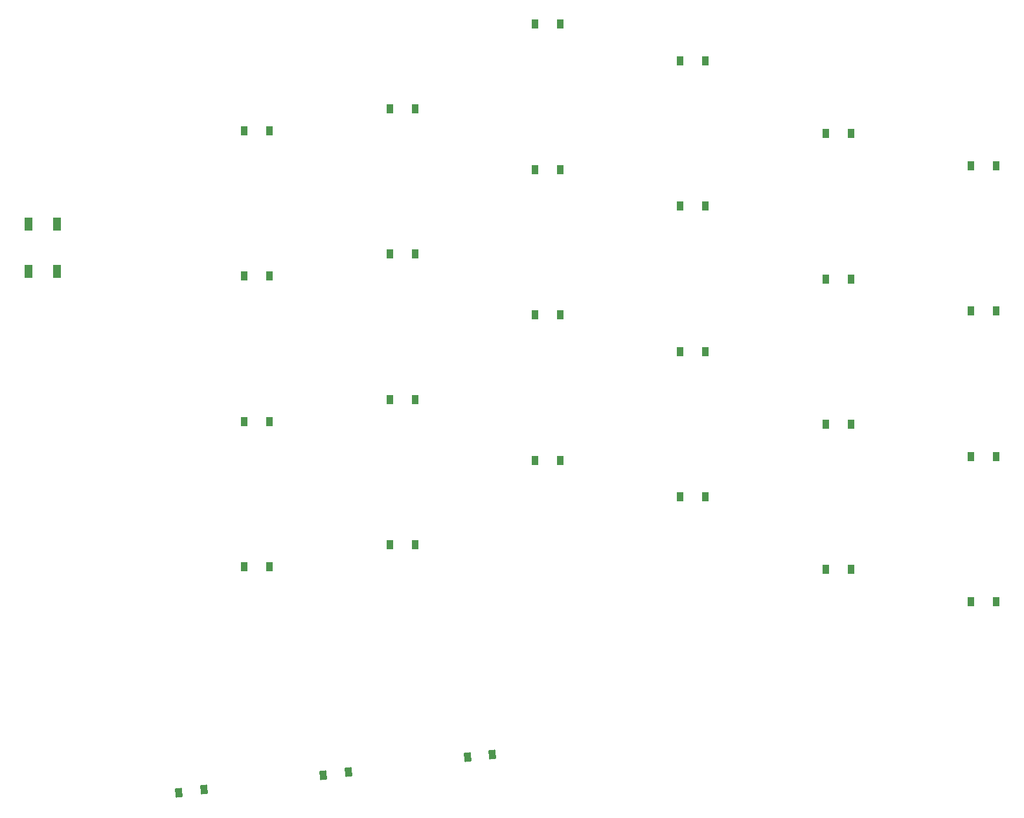
<source format=gbr>
%TF.GenerationSoftware,KiCad,Pcbnew,9.0.1*%
%TF.CreationDate,2025-06-02T17:15:55+02:00*%
%TF.ProjectId,pleiades_r,706c6569-6164-4657-935f-722e6b696361,v1.0.0*%
%TF.SameCoordinates,Original*%
%TF.FileFunction,Paste,Top*%
%TF.FilePolarity,Positive*%
%FSLAX46Y46*%
G04 Gerber Fmt 4.6, Leading zero omitted, Abs format (unit mm)*
G04 Created by KiCad (PCBNEW 9.0.1) date 2025-06-02 17:15:55*
%MOMM*%
%LPD*%
G01*
G04 APERTURE LIST*
G04 Aperture macros list*
%AMRotRect*
0 Rectangle, with rotation*
0 The origin of the aperture is its center*
0 $1 length*
0 $2 width*
0 $3 Rotation angle, in degrees counterclockwise*
0 Add horizontal line*
21,1,$1,$2,0,0,$3*%
G04 Aperture macros list end*
%ADD10R,0.900000X1.200000*%
%ADD11RotRect,0.900000X1.200000X7.000000*%
%ADD12R,1.100000X1.800000*%
G04 APERTURE END LIST*
D10*
%TO.C,D1*%
X320633508Y-7557500D03*
X323933508Y-7557500D03*
%TD*%
%TO.C,D2*%
X320633508Y11442500D03*
X323933508Y11442500D03*
%TD*%
%TO.C,D3*%
X320633508Y30442500D03*
X323933508Y30442500D03*
%TD*%
%TO.C,D4*%
X320633508Y49442500D03*
X323933508Y49442500D03*
%TD*%
%TO.C,D5*%
X301633508Y-3366500D03*
X304933508Y-3366500D03*
%TD*%
%TO.C,D6*%
X301633508Y15633500D03*
X304933508Y15633500D03*
%TD*%
%TO.C,D7*%
X301633508Y34633500D03*
X304933508Y34633500D03*
%TD*%
%TO.C,D8*%
X301633508Y53633500D03*
X304933508Y53633500D03*
%TD*%
%TO.C,D9*%
X282633508Y6158500D03*
X285933508Y6158500D03*
%TD*%
%TO.C,D10*%
X282633508Y25158500D03*
X285933508Y25158500D03*
%TD*%
%TO.C,D11*%
X282633508Y44158500D03*
X285933508Y44158500D03*
%TD*%
%TO.C,D12*%
X282633508Y63158500D03*
X285933508Y63158500D03*
%TD*%
%TO.C,D14*%
X263633508Y29921000D03*
X266933508Y29921000D03*
%TD*%
%TO.C,D15*%
X263633508Y48921000D03*
X266933508Y48921000D03*
%TD*%
%TO.C,D17*%
X244633508Y-128000D03*
X247933508Y-128000D03*
%TD*%
%TO.C,D18*%
X244633508Y18872000D03*
X247933508Y18872000D03*
%TD*%
%TO.C,D19*%
X244633508Y37872000D03*
X247933508Y37872000D03*
%TD*%
%TO.C,D20*%
X244633508Y56872000D03*
X247933508Y56872000D03*
%TD*%
%TO.C,D21*%
X225633508Y-2985500D03*
X228933508Y-2985500D03*
%TD*%
%TO.C,D22*%
X225633508Y16014500D03*
X228933508Y16014500D03*
%TD*%
%TO.C,D23*%
X225633508Y35014500D03*
X228933508Y35014500D03*
%TD*%
D11*
%TO.C,D25*%
X254793592Y-27916551D03*
X258068994Y-27514383D03*
%TD*%
%TO.C,D26*%
X235935216Y-30232068D03*
X239210618Y-29829900D03*
%TD*%
%TO.C,D27*%
X217076839Y-32547586D03*
X220352241Y-32145418D03*
%TD*%
D12*
%TO.C,B1*%
X201133508Y41814500D03*
X201133508Y35614500D03*
X197433508Y41814500D03*
X197433508Y35614500D03*
%TD*%
D10*
%TO.C,D16*%
X263633508Y67921000D03*
X266933508Y67921000D03*
%TD*%
%TO.C,D24*%
X225633508Y54014500D03*
X228933508Y54014500D03*
%TD*%
%TO.C,D13*%
X263633508Y10921000D03*
X266933508Y10921000D03*
%TD*%
M02*

</source>
